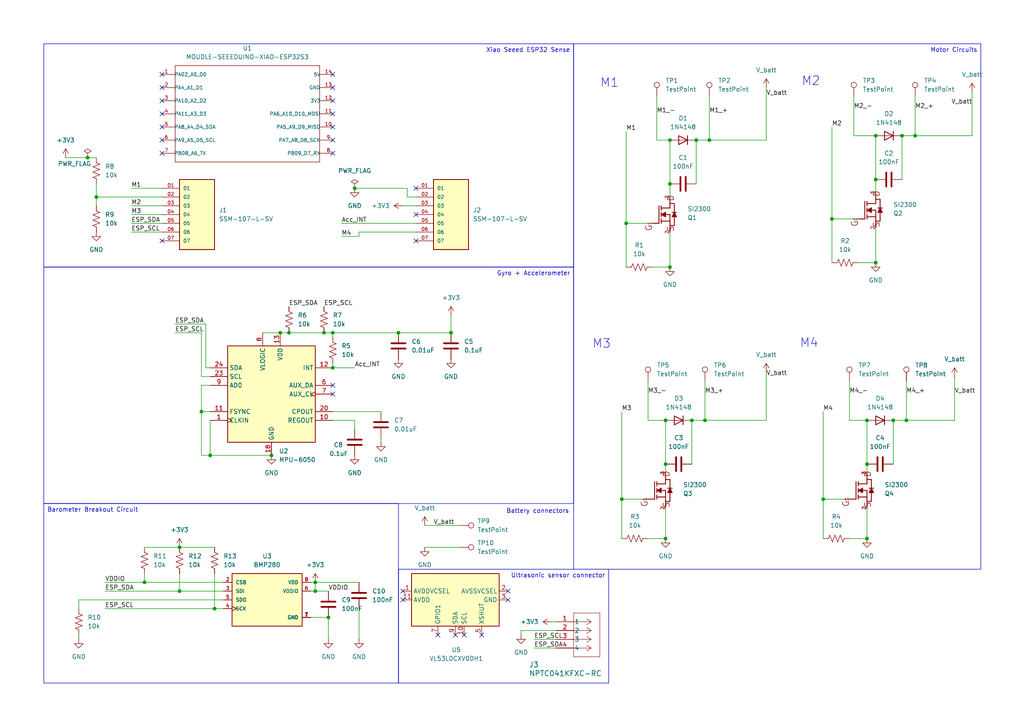
<source format=kicad_sch>
(kicad_sch (version 20250114) (generator "eeschema") (generator_version "9.0")
  (paper "A4")
  (lib_symbols
    (symbol "2025-09-18_05-28-48:NPTC041KFXC-RC" (pin_names (offset 0.254))
      (property "Reference" "J" (at 8.89 6.35 0))
      (property "Value" "NPTC041KFXC-RC" (at 0 0 0))
      (symbol "NPTC041KFXC-RC_1_1"
        (pin unspecified line (at 0 0 0) (length 5.08) (name "1") (number "1"))
        (pin unspecified line (at 0 -2.54 0) (length 5.08) (name "2") (number "2"))
        (pin unspecified line (at 0 -5.08 0) (length 5.08) (name "3") (number "3"))
        (pin unspecified line (at 0 -7.62 0) (length 5.08) (name "4") (number "4"))
      )
      (symbol "NPTC041KFXC-RC_1_2"
        (pin unspecified line (at 0 0 0) (length 5.08) (name "1") (number "1"))
        (pin unspecified line (at 0 -2.54 0) (length 5.08) (name "2") (number "2"))
        (pin unspecified line (at 0 -5.08 0) (length 5.08) (name "3") (number "3"))
        (pin unspecified line (at 0 -7.62 0) (length 5.08) (name "4") (number "4"))
      )
    )
    (symbol "BMP280:BMP280" (pin_names (offset 1.016))
      (property "Reference" "U" (at -10.1796 7.6347 0))
      (property "Value" "BMP280" (at -10.1693 -10.1693 0))
      (symbol "BMP280_0_0"
        (pin input line (at -12.7 5.08 0) (length 2.54) (name "CSB") (number "2"))
        (pin bidirectional line (at -12.7 2.54 0) (length 2.54) (name "SDI") (number "3"))
        (pin bidirectional line (at -12.7 0 0) (length 2.54) (name "SDO") (number "5"))
        (pin input clock (at -12.7 -2.54 0) (length 2.54) (name "SCK") (number "4"))
        (pin power_in line (at 12.7 5.08 180) (length 2.54) (name "VDD") (number "8"))
        (pin power_in line (at 12.7 2.54 180) (length 2.54) (name "VDDIO") (number "6"))
        (pin power_in line (at 12.7 -5.08 180) (length 2.54) (name "GND") (number "1"))
        (pin power_in line (at 12.7 -5.08 180) (length 2.54) (name "GND") (number "7"))
      )
    )
    (symbol "Connector:TestPoint" (pin_numbers (hide yes)) (pin_names (offset 0.762) (hide yes))
      (property "Reference" "TP" (at 0 6.858 0))
      (property "Value" "TestPoint" (at 0 5.08 0))
      (symbol "TestPoint_1_1"
        (pin passive line (at 0 0 90) (length 2.54) (name "1") (number "1"))
      )
    )
    (symbol "Device:C" (pin_numbers (hide yes)) (pin_names (offset 0.254))
      (property "Reference" "C" (at 0.635 2.54 0))
      (property "Value" "C" (at 0.635 -2.54 0))
      (symbol "C_1_1"
        (pin passive line (at 0 3.81 270) (length 2.794) (name "~") (number "1"))
        (pin passive line (at 0 -3.81 90) (length 2.794) (name "~") (number "2"))
      )
    )
    (symbol "Device:R_US" (pin_numbers (hide yes)) (pin_names (offset 0))
      (property "Reference" "R" (at 2.54 0 90))
      (property "Value" "R_US" (at -2.54 0 90))
      (symbol "R_US_1_1"
        (pin passive line (at 0 3.81 270) (length 1.27) (name "~") (number "1"))
        (pin passive line (at 0 -3.81 90) (length 1.27) (name "~") (number "2"))
      )
    )
    (symbol "Diode:1N4148" (pin_numbers (hide yes)) (pin_names (hide yes))
      (property "Reference" "D" (at 0 2.54 0))
      (property "Value" "1N4148" (at 0 -2.54 0))
      (symbol "1N4148_1_1"
        (pin passive line (at -3.81 0 0) (length 2.54) (name "K") (number "1"))
        (pin passive line (at 3.81 0 180) (length 2.54) (name "A") (number "2"))
      )
    )
    (symbol "MOUDLE-SEEEDUINO-XIAO-ESP32S3:MOUDLE-SEEEDUINO-XIAO-ESP32S3" (pin_names (offset 1.016))
      (property "Reference" "U1" (at -0.635 19.05 0))
      (property "Value" "MOUDLE-SEEEDUINO-XIAO-ESP32S3" (at -0.635 16.51 0))
      (symbol "MOUDLE-SEEEDUINO-XIAO-ESP32S3_0_0"
        (pin bidirectional line (at -25.4 11.43 0) (length 2.54) (name "PA02_A0_D0") (number "1"))
        (pin bidirectional line (at -25.4 7.62 0) (length 2.54) (name "PA4_A1_D1") (number "2"))
        (pin bidirectional line (at -25.4 3.81 0) (length 2.54) (name "PA10_A2_D2") (number "3"))
        (pin bidirectional line (at -25.4 0 0) (length 2.54) (name "PA11_A3_D3") (number "4"))
        (pin bidirectional line (at -25.4 -3.81 0) (length 2.54) (name "PA8_A4_D4_SDA") (number "5"))
        (pin bidirectional line (at -25.4 -7.62 0) (length 2.54) (name "PA9_A5_D5_SCL") (number "6"))
        (pin bidirectional line (at -25.4 -11.43 0) (length 2.54) (name "PB08_A6_TX") (number "7"))
        (pin bidirectional line (at 24.13 11.43 180) (length 2.54) (name "5V") (number "14"))
        (pin bidirectional line (at 24.13 7.62 180) (length 2.54) (name "GND") (number "13"))
        (pin power_in line (at 24.13 3.81 180) (length 2.54) (name "3V3") (number "12"))
        (pin bidirectional line (at 24.13 0 180) (length 2.54) (name "PA6_A10_D10_MOSI") (number "11"))
        (pin bidirectional line (at 24.13 -3.81 180) (length 2.54) (name "PA5_A9_D9_MISO") (number "10"))
        (pin bidirectional line (at 24.13 -7.62 180) (length 2.54) (name "PA7_A8_D8_SCK") (number "9"))
        (pin bidirectional line (at 24.13 -11.43 180) (length 2.54) (name "PB09_D7_RX") (number "8"))
      )
    )
    (symbol "SI2300:SI2300" (pin_names (offset 1.016))
      (property "Reference" "M" (at -5.08 8.89 0))
      (property "Value" "SI2300" (at -5.08 6.35 0))
      (symbol "SI2300_0_0"
        (text "S" (at -5.08 3.81 0) (effects (font (size 1.778 1.778)) (justify left bottom)))
        (text "G" (at -4.826 -2.54 0) (effects (font (size 1.778 1.778)) (justify left bottom)))
        (text "D" (at 3.81 3.81 0) (effects (font (size 1.778 1.778)) (justify left bottom)))
        (pin bidirectional line (at -5.08 2.54 180) (length 0) (name "~") (number "2"))
        (pin bidirectional line (at -2.54 -2.54 0) (length 0) (name "~") (number "1"))
        (pin bidirectional line (at 5.08 2.54 0) (length 0) (name "~") (number "3"))
      )
    )
    (symbol "SSM-107-L-SV:SSM-107-L-SV" (pin_names (offset 1.016))
      (property "Reference" "J" (at -5.58 11.276 0))
      (property "Value" "SSM-107-L-SV" (at -5.08 -12.7 0))
      (symbol "SSM-107-L-SV_0_0"
        (pin passive line (at -10.16 7.62 0) (length 5.08) (name "01") (number "01"))
        (pin passive line (at -10.16 5.08 0) (length 5.08) (name "02") (number "02"))
        (pin passive line (at -10.16 2.54 0) (length 5.08) (name "03") (number "03"))
        (pin passive line (at -10.16 0 0) (length 5.08) (name "04") (number "04"))
        (pin passive line (at -10.16 -2.54 0) (length 5.08) (name "05") (number "05"))
        (pin passive line (at -10.16 -5.08 0) (length 5.08) (name "06") (number "06"))
        (pin passive line (at -10.16 -7.62 0) (length 5.08) (name "07") (number "07"))
      )
    )
    (symbol "Sensor_Distance:VL53L0CXV0DH1"
      (property "Reference" "U" (at -6.35 13.97 0))
      (property "Value" "VL53L0CXV0DH1" (at 12.065 13.97 0))
      (symbol "VL53L0CXV0DH1_1_1"
        (pin open_collector line (at -10.16 5.08 0) (length 2.54) (name "GPIO1") (number "7"))
        (pin bidirectional line (at -10.16 0 0) (length 2.54) (name "SDA") (number "9"))
        (pin input line (at -10.16 -2.54 0) (length 2.54) (name "SCL") (number "10"))
        (pin input line (at -10.16 -7.62 0) (length 2.54) (name "XSHUT") (number "5"))
        (pin no_connect line (at -7.62 7.62 0) (length 2.54) (hide yes) (name "DNC") (number "8"))
        (pin power_in line (at 0 15.24 270) (length 2.54) (name "AVDD") (number "11"))
        (pin passive line (at 0 -15.24 90) (length 2.54) (hide yes) (name "GND") (number "12"))
        (pin power_in line (at 0 -15.24 90) (length 2.54) (name "GND") (number "3"))
        (pin passive line (at 0 -15.24 90) (length 2.54) (hide yes) (name "GND") (number "4"))
        (pin passive line (at 0 -15.24 90) (length 2.54) (hide yes) (name "GND") (number "6"))
        (pin power_in line (at 2.54 15.24 270) (length 2.54) (name "AVDDVCSEL") (number "1"))
        (pin power_in line (at 2.54 -15.24 90) (length 2.54) (name "AVSSVCSEL") (number "2"))
      )
    )
    (symbol "Sensor_Motion:MPU-6050"
      (property "Reference" "U" (at -11.43 13.97 0))
      (property "Value" "MPU-6050" (at 7.62 -15.24 0))
      (symbol "MPU-6050_0_0"
        (text "" (at 12.7 -2.54 0) (effects (font (size 1.27 1.27))))
      )
      (symbol "MPU-6050_1_1"
        (pin bidirectional line (at -17.78 7.62 0) (length 5.08) (name "SDA") (number "24"))
        (pin input line (at -17.78 5.08 0) (length 5.08) (name "SCL") (number "23"))
        (pin input line (at -17.78 2.54 0) (length 5.08) (name "AD0") (number "9"))
        (pin input line (at -17.78 -5.08 0) (length 5.08) (name "FSYNC") (number "11"))
        (pin input clock (at -17.78 -7.62 0) (length 5.08) (name "CLKIN") (number "1"))
        (pin no_connect line (at -12.7 12.7 0) (length 2.54) (hide yes) (name "NC") (number "2"))
        (pin no_connect line (at -12.7 10.16 0) (length 2.54) (hide yes) (name "NC") (number "3"))
        (pin no_connect line (at -12.7 0 0) (length 2.54) (hide yes) (name "NC") (number "4"))
        (pin no_connect line (at -12.7 -2.54 0) (length 2.54) (hide yes) (name "NC") (number "5"))
        (pin no_connect line (at -12.7 -10.16 0) (length 2.54) (hide yes) (name "NC") (number "14"))
        (pin power_in line (at -2.54 17.78 270) (length 3.81) (name "VLOGIC") (number "8"))
        (pin power_in line (at 0 -17.78 90) (length 3.81) (name "GND") (number "18"))
        (pin power_in line (at 2.54 17.78 270) (length 3.81) (name "VDD") (number "13"))
        (pin no_connect line (at 12.7 12.7 180) (length 2.54) (hide yes) (name "NC") (number "15"))
        (pin no_connect line (at 12.7 10.16 180) (length 2.54) (hide yes) (name "NC") (number "16"))
        (pin no_connect line (at 12.7 5.08 180) (length 2.54) (hide yes) (name "NC") (number "17"))
        (pin no_connect line (at 12.7 -2.54 180) (length 2.54) (hide yes) (name "RESV") (number "21"))
        (pin no_connect line (at 12.7 -10.16 180) (length 2.54) (hide yes) (name "RESV") (number "19"))
        (pin no_connect line (at 12.7 -12.7 180) (length 2.54) (hide yes) (name "RESV") (number "22"))
        (pin output line (at 17.78 7.62 180) (length 5.08) (name "INT") (number "12"))
        (pin bidirectional line (at 17.78 2.54 180) (length 5.08) (name "AUX_DA") (number "6"))
        (pin output clock (at 17.78 0 180) (length 5.08) (name "AUX_CL") (number "7"))
        (pin passive line (at 17.78 -5.08 180) (length 5.08) (name "CPOUT") (number "20"))
        (pin passive line (at 17.78 -7.62 180) (length 5.08) (name "REGOUT") (number "10"))
      )
    )
    (symbol "power:+3V3" (power) (pin_numbers (hide yes)) (pin_names (offset 0) (hide yes))
      (property "Value" "+3V3" (at 0 3.556 0))
      (symbol "+3V3_1_1"
        (pin power_in line (at 0 0 90) (length 0) (name "~") (number "1"))
      )
    )
    (symbol "power:GND" (power) (pin_numbers (hide yes)) (pin_names (offset 0) (hide yes))
      (property "Value" "GND" (at 0 -3.81 0))
      (symbol "GND_1_1"
        (pin power_in line (at 0 0 270) (length 0) (name "~") (number "1"))
      )
    )
    (symbol "power:PWR_FLAG" (power) (pin_numbers (hide yes)) (pin_names (offset 0) (hide yes))
      (property "Value" "PWR_FLAG" (at 0 3.81 0))
      (symbol "PWR_FLAG_0_0"
        (pin power_out line (at 0 0 90) (length 0) (name "~") (number "1"))
      )
    )
  )
  (text "Battery connectors\n" (at 155.956 148.336 0) (effects (font (size 1.27 1.27))))
  (text "M3" (at 174.498 99.822 0) (effects (font (size 2.54 2.54))))
  (text "M4" (at 234.696 99.568 0) (effects (font (size 2.54 2.54))))
  (text "M1\n" (at 176.784 24.13 0) (effects (font (size 2.54 2.54))))
  (text "M2" (at 235.204 23.622 0) (effects (font (size 2.54 2.54))))
  (text_box "Ultrasonic sensor connector\n" (at 115.57 165.1 0) (size 60.96 33.02) (margins 0.9525 0.9525 0.9525 0.9525) (effects (font (size 1.27 1.27)) (justify right top)))
  (text_box "Gyro + Accelerometer\n" (at 12.7 77.47 0) (size 153.67 68.58) (margins 0.9525 0.9525 0.9525 0.9525) (effects (font (size 1.27 1.27)) (justify right top)))
  (text_box "Xiao Seeed ESP32 Sense\n" (at 12.7 12.7 0) (size 153.67 64.77) (margins 0.9525 0.9525 0.9525 0.9525) (effects (font (size 1.27 1.27)) (justify right top)))
  (text_box "Barometer Breakout Circuit\n\n" (at 12.7 146.05 0) (size 102.87 52.07) (margins 0.9525 0.9525 0.9525 0.9525) (effects (font (size 1.27 1.27)) (justify left top)))
  (text_box "Motor Circuits" (at 166.37 12.7 0) (size 118.11 152.4) (margins 0.9525 0.9525 0.9525 0.9525) (effects (font (size 1.27 1.27)) (justify right top)))
  (junction (at 115.57 96.52))
  (junction (at 91.44 168.91))
  (junction (at 194.31 53.34))
  (junction (at 41.91 168.91))
  (junction (at 91.44 171.45))
  (junction (at 193.04 156.21))
  (junction (at 93.98 96.52))
  (junction (at 27.94 57.15))
  (junction (at 181.61 64.77))
  (junction (at 78.74 132.08))
  (junction (at 261.62 39.37))
  (junction (at 25.4 45.72))
  (junction (at 251.46 134.62))
  (junction (at 194.31 77.47))
  (junction (at 204.47 121.92))
  (junction (at 58.42 119.38))
  (junction (at 259.08 121.92))
  (junction (at 95.25 179.07))
  (junction (at 254 39.37))
  (junction (at 96.52 96.52))
  (junction (at 52.07 171.45))
  (junction (at 130.81 96.52))
  (junction (at 241.3 63.5))
  (junction (at 193.04 134.62))
  (junction (at 200.66 121.92))
  (junction (at 238.76 144.78))
  (junction (at 52.07 158.75))
  (junction (at 193.04 121.92))
  (junction (at 205.74 40.64))
  (junction (at 96.52 106.68))
  (junction (at 251.46 121.92))
  (junction (at 251.46 156.21))
  (junction (at 180.34 144.78))
  (junction (at 102.87 54.61))
  (junction (at 254 52.07))
  (junction (at 62.23 176.53))
  (junction (at 83.82 96.52))
  (junction (at 265.43 39.37))
  (junction (at 254 76.2))
  (junction (at 60.96 132.08))
  (junction (at 81.28 96.52))
  (junction (at 201.93 40.64))
  (junction (at 262.89 121.92))
  (junction (at 194.31 40.64))
  (no_connect (at 96.52 44.45))
  (no_connect (at 147.32 171.45))
  (no_connect (at 120.65 62.23))
  (no_connect (at 134.62 184.15))
  (no_connect (at 46.99 33.02))
  (no_connect (at 96.52 25.4))
  (no_connect (at 96.52 40.64))
  (no_connect (at 116.84 171.45))
  (no_connect (at 120.65 54.61))
  (no_connect (at 96.52 21.59))
  (no_connect (at 46.99 25.4))
  (no_connect (at 46.99 36.83))
  (no_connect (at 147.32 173.99))
  (no_connect (at 46.99 29.21))
  (no_connect (at 116.84 173.99))
  (no_connect (at 46.99 40.64))
  (no_connect (at 96.52 36.83))
  (no_connect (at 139.7 184.15))
  (no_connect (at 46.99 21.59))
  (no_connect (at 96.52 111.76))
  (no_connect (at 96.52 33.02))
  (no_connect (at 132.08 184.15))
  (no_connect (at 120.65 69.85))
  (no_connect (at 46.99 69.85))
  (no_connect (at 46.99 44.45))
  (no_connect (at 127 184.15))
  (no_connect (at 96.52 29.21))
  (no_connect (at 96.52 114.3))
  (wire (pts (xy 22.86 184.15) (xy 22.86 185.42)))
  (wire (pts (xy 193.04 121.92) (xy 193.04 134.62)))
  (wire (pts (xy 58.42 109.22) (xy 58.42 96.52)))
  (wire (pts (xy 251.46 121.92) (xy 251.46 134.62)))
  (wire (pts (xy 187.96 121.92) (xy 193.04 121.92)))
  (wire (pts (xy 247.65 39.37) (xy 254 39.37)))
  (wire (pts (xy 52.07 166.37) (xy 52.07 171.45)))
  (wire (pts (xy 30.48 171.45) (xy 52.07 171.45)))
  (wire (pts (xy 246.38 156.21) (xy 251.46 156.21)))
  (wire (pts (xy 96.52 119.38) (xy 110.49 119.38)))
  (wire (pts (xy 104.14 67.31) (xy 104.14 68.58)))
  (wire (pts (xy 261.62 39.37) (xy 261.62 52.07)))
  (wire (pts (xy 60.96 111.76) (xy 58.42 111.76)))
  (wire (pts (xy 110.49 127) (xy 110.49 128.27)))
  (wire (pts (xy 60.96 121.92) (xy 60.96 132.08)))
  (wire (pts (xy 201.93 40.64) (xy 205.74 40.64)))
  (wire (pts (xy 52.07 171.45) (xy 64.77 171.45)))
  (wire (pts (xy 60.96 132.08) (xy 78.74 132.08)))
  (wire (pts (xy 187.96 110.49) (xy 187.96 121.92)))
  (wire (pts (xy 200.66 121.92) (xy 200.66 134.62)))
  (wire (pts (xy 99.06 64.77) (xy 120.65 64.77)))
  (wire (pts (xy 265.43 39.37) (xy 281.94 39.37)))
  (wire (pts (xy 154.94 185.42) (xy 161.29 185.42)))
  (wire (pts (xy 90.17 171.45) (xy 91.44 171.45)))
  (wire (pts (xy 81.28 96.52) (xy 83.82 96.52)))
  (wire (pts (xy 246.38 110.49) (xy 246.38 121.92)))
  (wire (pts (xy 118.11 57.15) (xy 120.65 57.15)))
  (wire (pts (xy 238.76 144.78) (xy 238.76 156.21)))
  (wire (pts (xy 262.89 110.49) (xy 262.89 121.92)))
  (wire (pts (xy 180.34 144.78) (xy 180.34 156.21)))
  (wire (pts (xy 205.74 27.94) (xy 205.74 40.64)))
  (wire (pts (xy 76.2 96.52) (xy 81.28 96.52)))
  (wire (pts (xy 181.61 38.1) (xy 181.61 64.77)))
  (wire (pts (xy 262.89 121.92) (xy 276.86 121.92)))
  (wire (pts (xy 58.42 119.38) (xy 58.42 132.08)))
  (wire (pts (xy 187.96 156.21) (xy 193.04 156.21)))
  (wire (pts (xy 38.1 54.61) (xy 46.99 54.61)))
  (wire (pts (xy 58.42 111.76) (xy 58.42 119.38)))
  (wire (pts (xy 58.42 109.22) (xy 60.96 109.22)))
  (wire (pts (xy 62.23 166.37) (xy 62.23 176.53)))
  (wire (pts (xy 187.96 144.78) (xy 180.34 144.78)))
  (wire (pts (xy 123.19 152.4) (xy 133.35 152.4)))
  (wire (pts (xy 118.11 54.61) (xy 102.87 54.61)))
  (wire (pts (xy 30.48 168.91) (xy 41.91 168.91)))
  (wire (pts (xy 194.31 67.31) (xy 194.31 77.47)))
  (wire (pts (xy 25.4 45.72) (xy 27.94 45.72)))
  (wire (pts (xy 180.34 119.38) (xy 180.34 144.78)))
  (wire (pts (xy 265.43 39.37) (xy 261.62 39.37)))
  (wire (pts (xy 30.48 176.53) (xy 62.23 176.53)))
  (wire (pts (xy 281.94 26.67) (xy 281.94 39.37)))
  (wire (pts (xy 265.43 27.94) (xy 265.43 39.37)))
  (wire (pts (xy 190.5 27.94) (xy 190.5 40.64)))
  (wire (pts (xy 254 39.37) (xy 254 52.07)))
  (wire (pts (xy 241.3 36.83) (xy 241.3 63.5)))
  (wire (pts (xy 259.08 121.92) (xy 259.08 134.62)))
  (wire (pts (xy 204.47 121.92) (xy 200.66 121.92)))
  (wire (pts (xy 246.38 121.92) (xy 251.46 121.92)))
  (wire (pts (xy 251.46 147.32) (xy 251.46 156.21)))
  (wire (pts (xy 246.38 144.78) (xy 238.76 144.78)))
  (wire (pts (xy 241.3 63.5) (xy 241.3 76.2)))
  (wire (pts (xy 151.13 182.88) (xy 151.13 184.15)))
  (wire (pts (xy 59.69 106.68) (xy 60.96 106.68)))
  (wire (pts (xy 248.92 63.5) (xy 241.3 63.5)))
  (wire (pts (xy 193.04 134.62) (xy 193.04 137.16)))
  (wire (pts (xy 181.61 64.77) (xy 189.23 64.77)))
  (wire (pts (xy 83.82 96.52) (xy 93.98 96.52)))
  (wire (pts (xy 59.69 106.68) (xy 59.69 93.98)))
  (wire (pts (xy 96.52 105.41) (xy 96.52 106.68)))
  (wire (pts (xy 190.5 40.64) (xy 194.31 40.64)))
  (wire (pts (xy 181.61 64.77) (xy 181.61 77.47)))
  (wire (pts (xy 96.52 96.52) (xy 115.57 96.52)))
  (wire (pts (xy 154.94 187.96) (xy 161.29 187.96)))
  (wire (pts (xy 91.44 168.91) (xy 104.14 168.91)))
  (wire (pts (xy 194.31 53.34) (xy 194.31 57.15)))
  (wire (pts (xy 204.47 121.92) (xy 222.25 121.92)))
  (wire (pts (xy 95.25 179.07) (xy 95.25 185.42)))
  (wire (pts (xy 104.14 185.42) (xy 104.14 176.53)))
  (wire (pts (xy 254 66.04) (xy 254 76.2)))
  (wire (pts (xy 38.1 59.69) (xy 46.99 59.69)))
  (wire (pts (xy 59.69 93.98) (xy 50.8 93.98)))
  (wire (pts (xy 41.91 168.91) (xy 64.77 168.91)))
  (wire (pts (xy 62.23 176.53) (xy 64.77 176.53)))
  (wire (pts (xy 116.84 59.69) (xy 120.65 59.69)))
  (wire (pts (xy 205.74 40.64) (xy 222.25 40.64)))
  (wire (pts (xy 41.91 158.75) (xy 52.07 158.75)))
  (wire (pts (xy 91.44 168.91) (xy 91.44 171.45)))
  (wire (pts (xy 160.02 180.34) (xy 161.29 180.34)))
  (wire (pts (xy 123.19 158.75) (xy 133.35 158.75)))
  (wire (pts (xy 52.07 158.75) (xy 62.23 158.75)))
  (wire (pts (xy 204.47 110.49) (xy 204.47 121.92)))
  (wire (pts (xy 259.08 121.92) (xy 262.89 121.92)))
  (wire (pts (xy 19.05 45.72) (xy 25.4 45.72)))
  (wire (pts (xy 251.46 134.62) (xy 251.46 137.16)))
  (wire (pts (xy 130.81 91.44) (xy 130.81 96.52)))
  (wire (pts (xy 96.52 96.52) (xy 96.52 97.79)))
  (wire (pts (xy 27.94 57.15) (xy 27.94 59.69)))
  (wire (pts (xy 238.76 119.38) (xy 238.76 144.78)))
  (wire (pts (xy 102.87 121.92) (xy 102.87 124.46)))
  (wire (pts (xy 60.96 119.38) (xy 58.42 119.38)))
  (wire (pts (xy 115.57 96.52) (xy 130.81 96.52)))
  (wire (pts (xy 120.65 67.31) (xy 104.14 67.31)))
  (wire (pts (xy 96.52 121.92) (xy 102.87 121.92)))
  (wire (pts (xy 38.1 62.23) (xy 46.99 62.23)))
  (wire (pts (xy 38.1 67.31) (xy 46.99 67.31)))
  (wire (pts (xy 41.91 166.37) (xy 41.91 168.91)))
  (wire (pts (xy 247.65 27.94) (xy 247.65 39.37)))
  (wire (pts (xy 58.42 132.08) (xy 60.96 132.08)))
  (wire (pts (xy 95.25 171.45) (xy 91.44 171.45)))
  (wire (pts (xy 118.11 57.15) (xy 118.11 54.61)))
  (wire (pts (xy 93.98 96.52) (xy 96.52 96.52)))
  (wire (pts (xy 222.25 107.95) (xy 222.25 121.92)))
  (wire (pts (xy 90.17 179.07) (xy 95.25 179.07)))
  (wire (pts (xy 90.17 168.91) (xy 91.44 168.91)))
  (wire (pts (xy 222.25 25.4) (xy 222.25 40.64)))
  (wire (pts (xy 201.93 40.64) (xy 201.93 53.34)))
  (wire (pts (xy 27.94 57.15) (xy 46.99 57.15)))
  (wire (pts (xy 22.86 173.99) (xy 64.77 173.99)))
  (wire (pts (xy 276.86 109.22) (xy 276.86 121.92)))
  (wire (pts (xy 189.23 77.47) (xy 194.31 77.47)))
  (wire (pts (xy 96.52 106.68) (xy 102.87 106.68)))
  (wire (pts (xy 38.1 64.77) (xy 46.99 64.77)))
  (wire (pts (xy 194.31 40.64) (xy 194.31 53.34)))
  (wire (pts (xy 27.94 57.15) (xy 27.94 53.34)))
  (wire (pts (xy 104.14 68.58) (xy 99.06 68.58)))
  (wire (pts (xy 193.04 147.32) (xy 193.04 156.21)))
  (wire (pts (xy 248.92 76.2) (xy 254 76.2)))
  (wire (pts (xy 254 52.07) (xy 254 55.88)))
  (wire (pts (xy 161.29 182.88) (xy 151.13 182.88)))
  (wire (pts (xy 22.86 173.99) (xy 22.86 176.53)))
  (wire (pts (xy 58.42 96.52) (xy 50.8 96.52)))
  (label "M4" (at 238.76 119.38 0))
  (label "M1" (at 181.61 38.1 0))
  (label "M2" (at 38.1 59.69 0))
  (label "M3" (at 38.1 62.23 0))
  (label "M2" (at 241.3 36.83 0))
  (label "V_batt" (at 276.86 114.3 0))
  (label "M4_-" (at 246.38 114.3 0))
  (label "VDDIO" (at 30.48 168.91 0))
  (label "ESP_SDA" (at 38.1 64.77 0))
  (label "ESP_SDA" (at 83.82 88.9 0))
  (label "M3_+" (at 204.47 114.3 0))
  (label "ESP_SDA" (at 30.48 171.45 0))
  (label "V_batt" (at 281.94 30.48 180))
  (label "M4_+" (at 262.89 114.3 0))
  (label "ESP_SCL" (at 38.1 67.31 0))
  (label "V_batt" (at 222.25 109.22 0))
  (label "M3" (at 180.34 119.38 0))
  (label "Acc_INT" (at 99.06 64.77 0))
  (label "V_batt" (at 125.73 152.4 0))
  (label "ESP_SDA" (at 50.8 93.98 0))
  (label "ESP_SCL" (at 93.98 88.9 0))
  (label "M1_-" (at 190.5 33.02 0))
  (label "ESP_SCL" (at 50.8 96.52 0))
  (label "M4" (at 99.06 68.58 0))
  (label "M1" (at 38.1 54.61 0))
  (label "ESP_SDA" (at 154.94 187.96 0))
  (label "V_batt" (at 222.25 27.94 0))
  (label "ESP_SCL" (at 30.48 176.53 0))
  (label "VDDIO" (at 95.25 171.45 0))
  (label "M3_-" (at 187.96 114.3 0))
  (label "M2_-" (at 247.65 31.75 0))
  (label "Acc_INT" (at 102.87 106.68 0))
  (label "ESP_SCL" (at 154.94 185.42 0))
  (label "M2_+" (at 265.43 31.75 0))
  (label "M1_+" (at 205.74 33.02 0))
  (symbol (lib_id "Diode:1N4148") (at 198.12 40.64 180) (unit 1)
    (property "Reference" "D1" (at 198.12 34.29 0))
    (property "Value" "1N4148" (at 198.12 36.83 0))
    (property "Footprint" "Diode_SMD:D_SOD-123" (effects (hide yes)))
    (property "Datasheet" "https://assets.nexperia.com/documents/data-sheet/1N4148_1N4448.pdf" (effects (hide yes)))
    (property "Description" "100V 0.15A standard switching diode, DO-35" (effects (hide yes)))
    (property "Sim.Device" "D" (effects (hide yes)))
    (property "Sim.Pins" "1=K 2=A" (effects (hide yes)))
  )
  (symbol (lib_id "Connector:TestPoint") (at 133.35 152.4 270) (unit 1)
    (property "Reference" "TP9" (at 138.43 151.1299 90) (effects (justify left)))
    (property "Value" "TestPoint" (at 138.43 153.6699 90) (effects (justify left)))
    (property "Footprint" "TestPoint:TestPoint_Pad_D1.0mm" (effects (hide yes)))
    (property "Description" "test point" (effects (hide yes)))
  )
  (symbol (lib_id "Device:C") (at 130.81 100.33 0) (unit 1)
    (property "Reference" "C5" (at 134.62 99.0599 0) (effects (justify left)))
    (property "Value" "0.1uF" (at 134.62 101.5999 0) (effects (justify left)))
    (property "Footprint" "Capacitor_SMD:C_0805_2012Metric" (effects (hide yes)))
    (property "Description" "Unpolarized capacitor" (effects (hide yes)))
  )
  (symbol (lib_id "power:GND") (at 251.46 156.21 0) (unit 1)
    (property "Reference" "#PWR09" (effects (hide yes)))
    (property "Value" "GND" (at 251.46 161.29 0))
    (property "Description" "Power symbol creates a global label with name \"GND\" , ground" (effects (hide yes)))
  )
  (symbol (lib_id "Connector:TestPoint") (at 247.65 27.94 0) (unit 1)
    (property "Reference" "TP3" (at 250.19 23.3679 0) (effects (justify left)))
    (property "Value" "TestPoint" (at 250.19 25.9079 0) (effects (justify left)))
    (property "Footprint" "TestPoint:TestPoint_Pad_D1.5mm" (effects (hide yes)))
    (property "Description" "test point" (effects (hide yes)))
  )
  (symbol (lib_id "SSM-107-L-SV:SSM-107-L-SV") (at 130.81 62.23 0) (unit 1)
    (property "Reference" "J2" (at 137.16 60.9599 0) (effects (justify left)))
    (property "Value" "SSM-107-L-SV" (at 137.16 63.4999 0) (effects (justify left)))
    (property "Footprint" "SSM_107_L_SV:SAMTEC_SSM-107-L-SV" (effects (hide yes)))
    (property "MANUFACTURER" "SAMTEC" (effects (hide yes)))
  )
  (symbol (lib_id "SI2300:SI2300") (at 248.92 142.24 270) (mirror x) (unit 1)
    (property "Reference" "Q4" (at 256.54 143.1639 90) (effects (justify left)))
    (property "Value" "SI2300" (at 256.54 140.6239 90) (effects (justify left)))
    (property "Footprint" "Package_TO_SOT_SMD:SOT-23" (effects (hide yes)))
    (property "MF" "Micro Commercial Components" (effects (hide yes)))
    (property "Description_1" "Trans MOSFET N-CH 20V 4.5A 3-Pin SOT-23 T/R" (effects (hide yes)))
    (property "Package" "None" (effects (hide yes)))
    (property "Price" "None" (effects (hide yes)))
    (property "SnapEDA_Link" "https://www.snapeda.com/parts/SI2300/Micro+Commercial+Components/view-part/?ref=snap" (effects (hide yes)))
    (property "MP" "SI2300" (effects (hide yes)))
    (property "Availability" "Not in stock" (effects (hide yes)))
    (property "Check_prices" "https://www.snapeda.com/parts/SI2300/Micro+Commercial+Components/view-part/?ref=eda" (effects (hide yes)))
  )
  (symbol (lib_id "Device:C") (at 255.27 134.62 90) (unit 1)
    (property "Reference" "C4" (at 255.27 127 90))
    (property "Value" "100nF" (at 255.27 129.54 90))
    (property "Footprint" "Capacitor_SMD:C_0805_2012Metric" (effects (hide yes)))
    (property "Description" "Unpolarized capacitor" (effects (hide yes)))
  )
  (symbol (lib_id "Sensor_Motion:MPU-6050") (at 78.74 114.3 0) (unit 1)
    (property "Reference" "U2" (at 80.8833 130.81 0) (effects (justify left)))
    (property "Value" "MPU-6050" (at 80.8833 133.35 0) (effects (justify left)))
    (property "Footprint" "Sensor_Motion:InvenSense_QFN-24_4x4mm_P0.5mm" (effects (hide yes)))
    (property "Datasheet" "https://invensense.tdk.com/wp-content/uploads/2015/02/MPU-6000-Datasheet1.pdf" (effects (hide yes)))
    (property "Description" "InvenSense 6-Axis Motion Sensor, Gyroscope, Accelerometer, I2C" (effects (hide yes)))
  )
  (symbol (lib_id "Device:C") (at 110.49 123.19 0) (unit 1)
    (property "Reference" "C7" (at 114.3 121.9199 0) (effects (justify left)))
    (property "Value" "0.01uF" (at 114.3 124.4599 0) (effects (justify left)))
    (property "Footprint" "Capacitor_SMD:C_0805_2012Metric" (effects (hide yes)))
    (property "Description" "Unpolarized capacitor" (effects (hide yes)))
  )
  (symbol (lib_id "Device:R_US") (at 96.52 101.6 0) (unit 1)
    (property "Reference" "R5" (at 99.06 100.3299 0) (effects (justify left)))
    (property "Value" "10k" (at 99.06 102.8699 0) (effects (justify left)))
    (property "Footprint" "Capacitor_SMD:C_0805_2012Metric" (effects (hide yes)))
    (property "Description" "Resistor, US symbol" (effects (hide yes)))
  )
  (symbol (lib_id "power:+3V3") (at 52.07 158.75 0) (unit 1)
    (property "Reference" "#PWR023" (effects (hide yes)))
    (property "Value" "+3V3" (at 52.07 153.67 0))
    (property "Description" "Power symbol creates a global label with name \"+3V3\"" (effects (hide yes)))
  )
  (symbol (lib_id "Device:C") (at 115.57 100.33 0) (unit 1)
    (property "Reference" "C6" (at 119.38 99.0599 0) (effects (justify left)))
    (property "Value" "0.01uF" (at 119.38 101.5999 0) (effects (justify left)))
    (property "Footprint" "Capacitor_SMD:C_0805_2012Metric" (effects (hide yes)))
    (property "Description" "Unpolarized capacitor" (effects (hide yes)))
  )
  (symbol (lib_id "power:GND") (at 130.81 104.14 0) (unit 1)
    (property "Reference" "#PWR010" (effects (hide yes)))
    (property "Value" "GND" (at 130.81 109.22 0))
    (property "Description" "Power symbol creates a global label with name \"GND\" , ground" (effects (hide yes)))
  )
  (symbol (lib_id "Device:C") (at 198.12 53.34 90) (unit 1)
    (property "Reference" "C1" (at 198.12 45.72 90))
    (property "Value" "100nF" (at 198.12 48.26 90))
    (property "Footprint" "Capacitor_SMD:C_0805_2012Metric" (effects (hide yes)))
    (property "Description" "Unpolarized capacitor" (effects (hide yes)))
  )
  (symbol (lib_id "Connector:TestPoint") (at 205.74 27.94 0) (unit 1)
    (property "Reference" "TP2" (at 208.28 23.3679 0) (effects (justify left)))
    (property "Value" "TestPoint" (at 208.28 25.9079 0) (effects (justify left)))
    (property "Footprint" "TestPoint:TestPoint_Pad_D1.5mm" (effects (hide yes)))
    (property "Description" "test point" (effects (hide yes)))
  )
  (symbol (lib_id "Connector:TestPoint") (at 265.43 27.94 0) (unit 1)
    (property "Reference" "TP4" (at 267.97 23.3679 0) (effects (justify left)))
    (property "Value" "TestPoint" (at 267.97 25.9079 0) (effects (justify left)))
    (property "Footprint" "TestPoint:TestPoint_Pad_D1.5mm" (effects (hide yes)))
    (property "Description" "test point" (effects (hide yes)))
  )
  (symbol (lib_id "power:+3V3") (at 160.02 180.34 90) (unit 1)
    (property "Reference" "#PWR015" (effects (hide yes)))
    (property "Value" "+3V3" (at 156.21 180.3399 90) (effects (justify left)))
    (property "Description" "Power symbol creates a global label with name \"+3V3\"" (effects (hide yes)))
  )
  (symbol (lib_id "Device:C") (at 104.14 172.72 0) (unit 1)
    (property "Reference" "C10" (at 107.95 171.4499 0) (effects (justify left)))
    (property "Value" "100nF" (at 107.95 173.9899 0) (effects (justify left)))
    (property "Footprint" "Capacitor_SMD:C_0805_2012Metric" (effects (hide yes)))
    (property "Description" "Unpolarized capacitor" (effects (hide yes)))
  )
  (symbol (lib_id "Sensor_Distance:VL53L0CXV0DH1") (at 132.08 173.99 90) (unit 1)
    (property "Reference" "U5" (at 132.334 188.468 90))
    (property "Value" "VL53L0CXV0DH1" (at 132.334 191.008 90))
    (property "Footprint" "Sensor_Distance:ST_VL53L1x" (effects (hide yes)))
    (property "Datasheet" "https://www.st.com/resource/en/datasheet/vl53l0x.pdf" (effects (hide yes)))
    (property "Description" "2m distance ranging ToF sensor, Optical LGA12" (effects (hide yes)))
  )
  (symbol (lib_id "Device:R_US") (at 83.82 92.71 0) (unit 1)
    (property "Reference" "R6" (at 86.36 91.4399 0) (effects (justify left)))
    (property "Value" "10k" (at 86.36 93.9799 0) (effects (justify left)))
    (property "Footprint" "Capacitor_SMD:C_0805_2012Metric" (effects (hide yes)))
    (property "Description" "Resistor, US symbol" (effects (hide yes)))
  )
  (symbol (lib_id "power:GND") (at 95.25 185.42 0) (unit 1)
    (property "Reference" "#PWR019" (effects (hide yes)))
    (property "Value" "GND" (at 95.25 190.5 0))
    (property "Description" "Power symbol creates a global label with name \"GND\" , ground" (effects (hide yes)))
  )
  (symbol (lib_id "power:GND") (at 254 76.2 0) (unit 1)
    (property "Reference" "#PWR07" (effects (hide yes)))
    (property "Value" "GND" (at 254 81.28 0))
    (property "Description" "Power symbol creates a global label with name \"GND\" , ground" (effects (hide yes)))
  )
  (symbol (lib_id "Device:R_US") (at 27.94 63.5 180) (unit 1)
    (property "Reference" "R9" (at 30.48 62.2299 0) (effects (justify right)))
    (property "Value" "10k" (at 30.48 64.7699 0) (effects (justify right)))
    (property "Footprint" "Capacitor_SMD:C_0805_2012Metric" (effects (hide yes)))
    (property "Description" "Resistor, US symbol" (effects (hide yes)))
  )
  (symbol (lib_id "Device:R_US") (at 62.23 162.56 0) (unit 1)
    (property "Reference" "R13" (at 64.77 161.2899 0) (effects (justify left)))
    (property "Value" "10k" (at 64.77 163.8299 0) (effects (justify left)))
    (property "Footprint" "Capacitor_SMD:C_0805_2012Metric" (effects (hide yes)))
    (property "Description" "Resistor, US symbol" (effects (hide yes)))
  )
  (symbol (lib_id "power:GND") (at 115.57 104.14 0) (unit 1)
    (property "Reference" "#PWR05" (effects (hide yes)))
    (property "Value" "GND" (at 115.57 109.22 0))
    (property "Description" "Power symbol creates a global label with name \"GND\" , ground" (effects (hide yes)))
  )
  (symbol (lib_id "Device:C") (at 102.87 128.27 0) (unit 1)
    (property "Reference" "C8" (at 96.774 129.032 0) (effects (justify left)))
    (property "Value" "0.1uF" (at 95.504 131.572 0) (effects (justify left)))
    (property "Footprint" "Capacitor_SMD:C_0805_2012Metric" (effects (hide yes)))
    (property "Description" "Unpolarized capacitor" (effects (hide yes)))
  )
  (symbol (lib_id "BMP280:BMP280") (at 77.47 173.99 0) (unit 1)
    (property "Reference" "U3" (at 77.47 161.29 0))
    (property "Value" "BMP280" (at 77.47 163.83 0))
    (property "Footprint" "BMP280:XDCR_BMP280" (effects (hide yes)))
    (property "MF" "Bosch" (effects (hide yes)))
    (property "Description_1" "Pressure Sensor 4.35PSI ~ 15.95PSI (30kPa ~ 110kPa) Absolute - 16b 8-SMD" (effects (hide yes)))
    (property "Package" "SMD-8 Bosch Sensortec" (effects (hide yes)))
    (property "Price" "None" (effects (hide yes)))
    (property "Check_prices" "https://www.snapeda.com/parts/BMP280/Bosch/view-part/?ref=eda" (effects (hide yes)))
    (property "PART_REV" "1.19" (effects (hide yes)))
    (property "STANDARD" "MANUFACTURER RECOMMENDATIONS" (effects (hide yes)))
    (property "SnapEDA_Link" "https://www.snapeda.com/parts/BMP280/Bosch/view-part/?ref=snap" (effects (hide yes)))
    (property "MP" "BMP280" (effects (hide yes)))
    (property "Availability" "In Stock" (effects (hide yes)))
    (property "MANUFACTURER" "Bosch" (effects (hide yes)))
  )
  (symbol (lib_id "power:+3V3") (at 91.44 168.91 0) (unit 1)
    (property "Reference" "#PWR021" (effects (hide yes)))
    (property "Value" "+3V3" (at 91.44 163.83 0))
    (property "Description" "Power symbol creates a global label with name \"+3V3\"" (effects (hide yes)))
  )
  (symbol (lib_id "power:+3V3") (at 222.25 107.95 0) (unit 1)
    (property "Reference" "#PWR026" (effects (hide yes)))
    (property "Value" "V_batt" (at 222.25 102.87 0))
    (property "Description" "Power symbol creates a global label with name \"+3V3\"" (effects (hide yes)))
  )
  (symbol (lib_id "SI2300:SI2300") (at 191.77 62.23 270) (mirror x) (unit 1)
    (property "Reference" "Q1" (at 199.39 63.1539 90) (effects (justify left)))
    (property "Value" "SI2300" (at 199.39 60.6139 90) (effects (justify left)))
    (property "Footprint" "Package_TO_SOT_SMD:SOT-23" (effects (hide yes)))
    (property "MF" "Micro Commercial Components" (effects (hide yes)))
    (property "Description_1" "Trans MOSFET N-CH 20V 4.5A 3-Pin SOT-23 T/R" (effects (hide yes)))
    (property "Package" "None" (effects (hide yes)))
    (property "Price" "None" (effects (hide yes)))
    (property "SnapEDA_Link" "https://www.snapeda.com/parts/SI2300/Micro+Commercial+Components/view-part/?ref=snap" (effects (hide yes)))
    (property "MP" "SI2300" (effects (hide yes)))
    (property "Availability" "Not in stock" (effects (hide yes)))
    (property "Check_prices" "https://www.snapeda.com/parts/SI2300/Micro+Commercial+Components/view-part/?ref=eda" (effects (hide yes)))
  )
  (symbol (lib_id "MOUDLE-SEEEDUINO-XIAO-ESP32S3:MOUDLE-SEEEDUINO-XIAO-ESP32S3") (at 72.39 33.02 0) (unit 1)
    (property "Reference" "U1" (at 71.755 13.97 0))
    (property "Value" "MOUDLE-SEEEDUINO-XIAO-ESP32S3" (at 71.755 16.51 0))
    (property "Footprint" "xiao ESP32S3_PCB:MOUDLE14P-SMD-2.54-21X17.8MM" (effects (hide yes)))
  )
  (symbol (lib_id "power:+3V3") (at 123.19 152.4 0) (unit 1)
    (property "Reference" "#PWR024" (effects (hide yes)))
    (property "Value" "V_batt" (at 123.19 147.32 0))
    (property "Description" "Power symbol creates a global label with name \"+3V3\"" (effects (hide yes)))
  )
  (symbol (lib_id "power:GND") (at 22.86 185.42 0) (unit 1)
    (property "Reference" "#PWR020" (effects (hide yes)))
    (property "Value" "GND" (at 22.86 190.5 0))
    (property "Description" "Power symbol creates a global label with name \"GND\" , ground" (effects (hide yes)))
  )
  (symbol (lib_id "power:PWR_FLAG") (at 102.87 54.61 0) (unit 1)
    (property "Reference" "#FLG08" (effects (hide yes)))
    (property "Value" "PWR_FLAG" (at 102.87 49.53 0))
    (property "Description" "Special symbol for telling ERC where power comes from" (effects (hide yes)))
  )
  (symbol (lib_id "power:+3V3") (at 19.05 45.72 0) (unit 1)
    (property "Reference" "#PWR012" (effects (hide yes)))
    (property "Value" "+3V3" (at 19.05 40.64 0))
    (property "Description" "Power symbol creates a global label with name \"+3V3\"" (effects (hide yes)))
  )
  (symbol (lib_id "power:+3V3") (at 281.94 26.67 0) (unit 1)
    (property "Reference" "#PWR029" (effects (hide yes)))
    (property "Value" "V_batt" (at 281.94 21.59 0))
    (property "Description" "Power symbol creates a global label with name \"+3V3\"" (effects (hide yes)))
  )
  (symbol (lib_id "Connector:TestPoint") (at 262.89 110.49 0) (unit 1)
    (property "Reference" "TP8" (at 265.43 105.9179 0) (effects (justify left)))
    (property "Value" "TestPoint" (at 265.43 108.4579 0) (effects (justify left)))
    (property "Footprint" "TestPoint:TestPoint_Pad_D1.5mm" (effects (hide yes)))
    (property "Description" "test point" (effects (hide yes)))
  )
  (symbol (lib_id "power:GND") (at 151.13 184.15 0) (unit 1)
    (property "Reference" "#PWR030" (effects (hide yes)))
    (property "Value" "GND" (at 151.13 189.23 0))
    (property "Description" "Power symbol creates a global label with name \"GND\" , ground" (effects (hide yes)))
  )
  (symbol (lib_id "Device:C") (at 196.85 134.62 90) (unit 1)
    (property "Reference" "C3" (at 196.85 127 90))
    (property "Value" "100nF" (at 196.85 129.54 90))
    (property "Footprint" "Capacitor_SMD:C_0805_2012Metric" (effects (hide yes)))
    (property "Description" "Unpolarized capacitor" (effects (hide yes)))
  )
  (symbol (lib_id "SI2300:SI2300") (at 190.5 142.24 270) (mirror x) (unit 1)
    (property "Reference" "Q3" (at 198.12 143.1639 90) (effects (justify left)))
    (property "Value" "SI2300" (at 198.12 140.6239 90) (effects (justify left)))
    (property "Footprint" "Package_TO_SOT_SMD:SOT-23" (effects (hide yes)))
    (property "MF" "Micro Commercial Components" (effects (hide yes)))
    (property "Description_1" "Trans MOSFET N-CH 20V 4.5A 3-Pin SOT-23 T/R" (effects (hide yes)))
    (property "Package" "None" (effects (hide yes)))
    (property "Price" "None" (effects (hide yes)))
    (property "SnapEDA_Link" "https://www.snapeda.com/parts/SI2300/Micro+Commercial+Components/view-part/?ref=snap" (effects (hide yes)))
    (property "MP" "SI2300" (effects (hide yes)))
    (property "Availability" "Not in stock" (effects (hide yes)))
    (property "Check_prices" "https://www.snapeda.com/parts/SI2300/Micro+Commercial+Components/view-part/?ref=eda" (effects (hide yes)))
  )
  (symbol (lib_id "Connector:TestPoint") (at 246.38 110.49 0) (unit 1)
    (property "Reference" "TP7" (at 248.92 105.9179 0) (effects (justify left)))
    (property "Value" "TestPoint" (at 248.92 108.4579 0) (effects (justify left)))
    (property "Footprint" "TestPoint:TestPoint_Pad_D1.5mm" (effects (hide yes)))
    (property "Description" "test point" (effects (hide yes)))
  )
  (symbol (lib_id "power:GND") (at 27.94 67.31 0) (unit 1)
    (property "Reference" "#PWR011" (effects (hide yes)))
    (property "Value" "GND" (at 27.94 72.39 0))
    (property "Description" "Power symbol creates a global label with name \"GND\" , ground" (effects (hide yes)))
  )
  (symbol (lib_id "power:+3V3") (at 130.81 91.44 0) (unit 1)
    (property "Reference" "#PWR014" (effects (hide yes)))
    (property "Value" "+3V3" (at 130.81 86.36 0))
    (property "Description" "Power symbol creates a global label with name \"+3V3\"" (effects (hide yes)))
  )
  (symbol (lib_id "Connector:TestPoint") (at 190.5 27.94 0) (unit 1)
    (property "Reference" "TP1" (at 193.04 23.3679 0) (effects (justify left)))
    (property "Value" "TestPoint" (at 193.04 25.9079 0) (effects (justify left)))
    (property "Footprint" "TestPoint:TestPoint_Pad_D1.5mm" (effects (hide yes)))
    (property "Description" "test point" (effects (hide yes)))
  )
  (symbol (lib_id "power:GND") (at 104.14 185.42 0) (unit 1)
    (property "Reference" "#PWR022" (effects (hide yes)))
    (property "Value" "GND" (at 104.14 190.5 0))
    (property "Description" "Power symbol creates a global label with name \"GND\" , ground" (effects (hide yes)))
  )
  (symbol (lib_id "Device:R_US") (at 27.94 49.53 180) (unit 1)
    (property "Reference" "R8" (at 30.48 48.2599 0) (effects (justify right)))
    (property "Value" "10k" (at 30.48 50.7999 0) (effects (justify right)))
    (property "Footprint" "Capacitor_SMD:C_0805_2012Metric" (effects (hide yes)))
    (property "Description" "Resistor, US symbol" (effects (hide yes)))
  )
  (symbol (lib_id "Device:R_US") (at 245.11 76.2 90) (unit 1)
    (property "Reference" "R2" (at 245.11 69.85 90))
    (property "Value" "10k" (at 245.11 72.39 90))
    (property "Footprint" "Capacitor_SMD:C_0805_2012Metric" (effects (hide yes)))
    (property "Description" "Resistor, US symbol" (effects (hide yes)))
  )
  (symbol (lib_id "Connector:TestPoint") (at 187.96 110.49 0) (unit 1)
    (property "Reference" "TP5" (at 190.5 105.9179 0) (effects (justify left)))
    (property "Value" "TestPoint" (at 190.5 108.4579 0) (effects (justify left)))
    (property "Footprint" "TestPoint:TestPoint_Pad_D1.5mm" (effects (hide yes)))
    (property "Description" "test point" (effects (hide yes)))
  )
  (symbol (lib_id "Device:R_US") (at 93.98 92.71 0) (unit 1)
    (property "Reference" "R7" (at 96.52 91.4399 0) (effects (justify left)))
    (property "Value" "10k" (at 96.52 93.9799 0) (effects (justify left)))
    (property "Footprint" "Capacitor_SMD:C_0805_2012Metric" (effects (hide yes)))
    (property "Description" "Resistor, US symbol" (effects (hide yes)))
  )
  (symbol (lib_id "power:GND") (at 102.87 54.61 0) (unit 1)
    (property "Reference" "#PWR01" (effects (hide yes)))
    (property "Value" "GND" (at 102.87 59.69 0))
    (property "Description" "Power symbol creates a global label with name \"GND\" , ground" (effects (hide yes)))
  )
  (symbol (lib_id "power:GND") (at 102.87 132.08 0) (unit 1)
    (property "Reference" "#PWR03" (effects (hide yes)))
    (property "Value" "GND" (at 102.87 137.16 0))
    (property "Description" "Power symbol creates a global label with name \"GND\" , ground" (effects (hide yes)))
  )
  (symbol (lib_id "2025-09-18_05-28-48:NPTC041KFXC-RC") (at 161.29 180.34 0) (unit 1)
    (property "Reference" "J3" (at 153.416 192.786 0) (effects (font (size 1.524 1.524)) (justify left)))
    (property "Value" "NPTC041KFXC-RC" (at 153.416 195.326 0) (effects (font (size 1.524 1.524)) (justify left)))
    (property "Footprint" "footprints:CONN4X1_NPTC041KFXC-RC_SUL" (effects (hide yes)))
    (property "Datasheet" "NPTC041KFXC-RC" (effects (hide yes)))
  )
  (symbol (lib_id "power:GND") (at 78.74 132.08 0) (unit 1)
    (property "Reference" "#PWR04" (effects (hide yes)))
    (property "Value" "GND" (at 78.74 137.16 0))
    (property "Description" "Power symbol creates a global label with name \"GND\" , ground" (effects (hide yes)))
  )
  (symbol (lib_id "Device:R_US") (at 185.42 77.47 90) (unit 1)
    (property "Reference" "R1" (at 185.42 71.12 90))
    (property "Value" "10k" (at 185.42 73.66 90))
    (property "Footprint" "Capacitor_SMD:C_0805_2012Metric" (effects (hide yes)))
    (property "Description" "Resistor, US symbol" (effects (hide yes)))
  )
  (symbol (lib_id "Device:R_US") (at 41.91 162.56 0) (unit 1)
    (property "Reference" "R11" (at 44.45 161.2899 0) (effects (justify left)))
    (property "Value" "10k" (at 44.45 163.8299 0) (effects (justify left)))
    (property "Footprint" "Capacitor_SMD:C_0805_2012Metric" (effects (hide yes)))
    (property "Description" "Resistor, US symbol" (effects (hide yes)))
  )
  (symbol (lib_id "Device:R_US") (at 242.57 156.21 90) (unit 1)
    (property "Reference" "R4" (at 242.57 149.86 90))
    (property "Value" "10k" (at 242.57 152.4 90))
    (property "Footprint" "Capacitor_SMD:C_0805_2012Metric" (effects (hide yes)))
    (property "Description" "Resistor, US symbol" (effects (hide yes)))
  )
  (symbol (lib_id "Diode:1N4148") (at 255.27 121.92 180) (unit 1)
    (property "Reference" "D4" (at 255.27 115.57 0))
    (property "Value" "1N4148" (at 255.27 118.11 0))
    (property "Footprint" "Diode_SMD:D_SOD-123" (effects (hide yes)))
    (property "Datasheet" "https://assets.nexperia.com/documents/data-sheet/1N4148_1N4448.pdf" (effects (hide yes)))
    (property "Description" "100V 0.15A standard switching diode, DO-35" (effects (hide yes)))
    (property "Sim.Device" "D" (effects (hide yes)))
    (property "Sim.Pins" "1=K 2=A" (effects (hide yes)))
  )
  (symbol (lib_id "Device:R_US") (at 52.07 162.56 0) (unit 1)
    (property "Reference" "R12" (at 54.61 161.2899 0) (effects (justify left)))
    (property "Value" "10k" (at 54.61 163.8299 0) (effects (justify left)))
    (property "Footprint" "Capacitor_SMD:C_0805_2012Metric" (effects (hide yes)))
    (property "Description" "Resistor, US symbol" (effects (hide yes)))
  )
  (symbol (lib_id "Device:R_US") (at 184.15 156.21 90) (unit 1)
    (property "Reference" "R3" (at 184.15 149.86 90))
    (property "Value" "10k" (at 184.15 152.4 90))
    (property "Footprint" "Capacitor_SMD:C_0805_2012Metric" (effects (hide yes)))
    (property "Description" "Resistor, US symbol" (effects (hide yes)))
  )
  (symbol (lib_id "power:GND") (at 194.31 77.47 0) (unit 1)
    (property "Reference" "#PWR06" (effects (hide yes)))
    (property "Value" "GND" (at 194.31 82.55 0))
    (property "Description" "Power symbol creates a global label with name \"GND\" , ground" (effects (hide yes)))
  )
  (symbol (lib_id "Diode:1N4148") (at 257.81 39.37 180) (unit 1)
    (property "Reference" "D2" (at 257.81 33.02 0))
    (property "Value" "1N4148" (at 257.81 35.56 0))
    (property "Footprint" "Diode_SMD:D_SOD-123" (effects (hide yes)))
    (property "Datasheet" "https://assets.nexperia.com/documents/data-sheet/1N4148_1N4448.pdf" (effects (hide yes)))
    (property "Description" "100V 0.15A standard switching diode, DO-35" (effects (hide yes)))
    (property "Sim.Device" "D" (effects (hide yes)))
    (property "Sim.Pins" "1=K 2=A" (effects (hide yes)))
  )
  (symbol (lib_id "power:+3V3") (at 222.25 25.4 0) (unit 1)
    (property "Reference" "#PWR028" (effects (hide yes)))
    (property "Value" "V_batt" (at 222.25 20.32 0))
    (property "Description" "Power symbol creates a global label with name \"+3V3\"" (effects (hide yes)))
  )
  (symbol (lib_id "Device:C") (at 257.81 52.07 90) (unit 1)
    (property "Reference" "C2" (at 257.81 44.45 90))
    (property "Value" "100nF" (at 257.81 46.99 90))
    (property "Footprint" "Capacitor_SMD:C_0805_2012Metric" (effects (hide yes)))
    (property "Description" "Unpolarized capacitor" (effects (hide yes)))
  )
  (symbol (lib_id "power:GND") (at 110.49 128.27 0) (unit 1)
    (property "Reference" "#PWR02" (effects (hide yes)))
    (property "Value" "GND" (at 110.49 133.35 0))
    (property "Description" "Power symbol creates a global label with name \"GND\" , ground" (effects (hide yes)))
  )
  (symbol (lib_id "power:+3V3") (at 116.84 59.69 90) (unit 1)
    (property "Reference" "#PWR013" (effects (hide yes)))
    (property "Value" "+3V3" (at 113.03 59.6899 90) (effects (justify left)))
    (property "Description" "Power symbol creates a global label with name \"+3V3\"" (effects (hide yes)))
  )
  (symbol (lib_id "Connector:TestPoint") (at 133.35 158.75 270) (unit 1)
    (property "Reference" "TP10" (at 138.43 157.4799 90) (effects (justify left)))
    (property "Value" "TestPoint" (at 138.43 160.0199 90) (effects (justify left)))
    (property "Footprint" "TestPoint:TestPoint_Pad_D1.0mm" (effects (hide yes)))
    (property "Description" "test point" (effects (hide yes)))
  )
  (symbol (lib_id "Diode:1N4148") (at 196.85 121.92 180) (unit 1)
    (property "Reference" "D3" (at 196.85 115.57 0))
    (property "Value" "1N4148" (at 196.85 118.11 0))
    (property "Footprint" "Diode_SMD:D_SOD-123" (effects (hide yes)))
    (property "Datasheet" "https://assets.nexperia.com/documents/data-sheet/1N4148_1N4448.pdf" (effects (hide yes)))
    (property "Description" "100V 0.15A standard switching diode, DO-35" (effects (hide yes)))
    (property "Sim.Device" "D" (effects (hide yes)))
    (property "Sim.Pins" "1=K 2=A" (effects (hide yes)))
  )
  (symbol (lib_id "Device:C") (at 95.25 175.26 0) (unit 1)
    (property "Reference" "C9" (at 99.06 173.9899 0) (effects (justify left)))
    (property "Value" "100nF" (at 99.06 176.5299 0) (effects (justify left)))
    (property "Footprint" "Capacitor_SMD:C_0805_2012Metric" (effects (hide yes)))
    (property "Description" "Unpolarized capacitor" (effects (hide yes)))
  )
  (symbol (lib_id "SSM-107-L-SV:SSM-107-L-SV") (at 57.15 62.23 0) (unit 1)
    (property "Reference" "J1" (at 63.5 60.9599 0) (effects (justify left)))
    (property "Value" "SSM-107-L-SV" (at 63.5 63.4999 0) (effects (justify left)))
    (property "Footprint" "SSM_107_L_SV:SAMTEC_SSM-107-L-SV" (effects (hide yes)))
    (property "MANUFACTURER" "SAMTEC" (effects (hide yes)))
  )
  (symbol (lib_id "Device:R_US") (at 22.86 180.34 0) (unit 1)
    (property "Reference" "R10" (at 25.4 179.0699 0) (effects (justify left)))
    (property "Value" "10k" (at 25.4 181.6099 0) (effects (justify left)))
    (property "Footprint" "Capacitor_SMD:C_0805_2012Metric" (effects (hide yes)))
    (property "Description" "Resistor, US symbol" (effects (hide yes)))
  )
  (symbol (lib_id "Connector:TestPoint") (at 204.47 110.49 0) (unit 1)
    (property "Reference" "TP6" (at 207.01 105.9179 0) (effects (justify left)))
    (property "Value" "TestPoint" (at 207.01 108.4579 0) (effects (justify left)))
    (property "Footprint" "TestPoint:TestPoint_Pad_D1.5mm" (effects (hide yes)))
    (property "Description" "test point" (effects (hide yes)))
  )
  (symbol (lib_id "SI2300:SI2300") (at 251.46 60.96 270) (mirror x) (unit 1)
    (property "Reference" "Q2" (at 259.08 61.8839 90) (effects (justify left)))
    (property "Value" "SI2300" (at 259.08 59.3439 90) (effects (justify left)))
    (property "Footprint" "Package_TO_SOT_SMD:SOT-23" (effects (hide yes)))
    (property "MF" "Micro Commercial Components" (effects (hide yes)))
    (property "Description_1" "Trans MOSFET N-CH 20V 4.5A 3-Pin SOT-23 T/R" (effects (hide yes)))
    (property "Package" "None" (effects (hide yes)))
    (property "Price" "None" (effects (hide yes)))
    (property "SnapEDA_Link" "https://www.snapeda.com/parts/SI2300/Micro+Commercial+Components/view-part/?ref=snap" (effects (hide yes)))
    (property "MP" "SI2300" (effects (hide yes)))
    (property "Availability" "Not in stock" (effects (hide yes)))
    (property "Check_prices" "https://www.snapeda.com/parts/SI2300/Micro+Commercial+Components/view-part/?ref=eda" (effects (hide yes)))
  )
  (symbol (lib_id "power:+3V3") (at 276.86 109.22 0) (unit 1)
    (property "Reference" "#PWR027" (effects (hide yes)))
    (property "Value" "V_batt" (at 276.86 104.14 0))
    (property "Description" "Power symbol creates a global label with name \"+3V3\"" (effects (hide yes)))
  )
  (symbol (lib_id "power:GND") (at 123.19 158.75 0) (unit 1)
    (property "Reference" "#PWR025" (effects (hide yes)))
    (property "Value" "GND" (at 123.19 163.83 0))
    (property "Description" "Power symbol creates a global label with name \"GND\" , ground" (effects (hide yes)))
  )
  (symbol (lib_id "power:GND") (at 193.04 156.21 0) (unit 1)
    (property "Reference" "#PWR08" (effects (hide yes)))
    (property "Value" "GND" (at 193.04 161.29 0))
    (property "Description" "Power symbol creates a global label with name \"GND\" , ground" (effects (hide yes)))
  )
  (symbol (lib_id "power:PWR_FLAG") (at 25.4 45.72 0) (unit 1)
    (property "Reference" "#FLG09" (effects (hide yes)))
    (property "Value" "PWR_FLAG" (at 21.59 47.498 0))
    (property "Description" "Special symbol for telling ERC where power comes from" (effects (hide yes)))
  )
)
</source>
